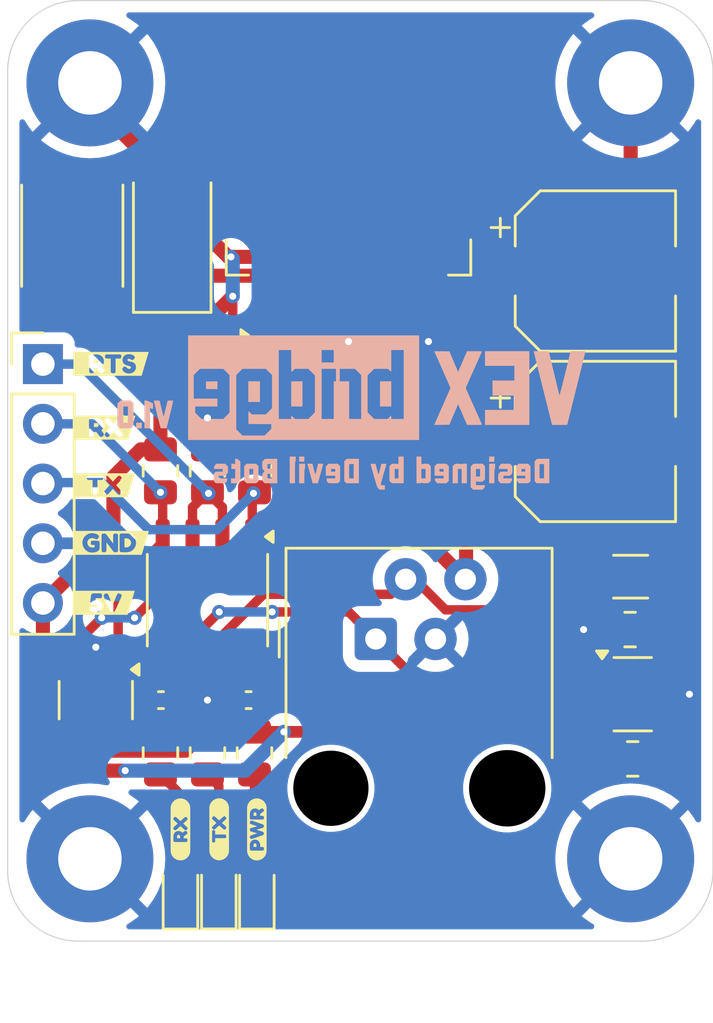
<source format=kicad_pcb>
(kicad_pcb (version 20240108) (generator "pcbnew") (generator_version "8.0")
  (title_block (title "BlueBox-PCB") (date "2024-11-27") (rev "1.0") (company "DevilBots"))
  (layers (0 "F.Cu" signal) (31 "B.Cu" signal) (34 "B.Paste" user) (35 "F.Paste" user) (36 "B.SilkS" user "B.Silkscreen") (37 "F.SilkS" user "F.Silkscreen") (38 "B.Mask" user) (39 "F.Mask" user) (44 "Edge.Cuts" user))
  (net 0 "")
  (net 1 "GND")
  (net 2 "+12V")
  (net 3 "+5V")
  (net 4 "Net-(D1-A)")
  (net 5 "Net-(D2-A)")
  (net 6 "Net-(D3-A)")
  (net 7 "B")
  (net 8 "A")
  (net 9 "RXD")
  (net 10 "TXD")
  (net 11 "Net-(D9-K)")
  (net 12 "Net-(U5-1Y)")
  (net 13 "Net-(U5-2Y)")
  (net 14 "RTS")
  (footprint "kibuzzard-675F6495" (layer "F.Cu") (at 92.35023 90.248405 90)
    (property "Reference" "kibuzzard-675F6495" (hide yes))
    (property "Value" "G***" (hide yes))
  )
  (footprint "kibuzzard-675F6473" (layer "F.Cu") (at 95.60023 90.248405 90)
    (property "Reference" "kibuzzard-675F6473" (hide yes))
    (property "Value" "G***" (hide yes))
  )
  (footprint "Capacitor_SMD:CP_Elec_6.3x7.7" (layer "F.Cu") (at 110 66.5)
    (property "Reference" "C2" (hide yes))
    (property "Value" "220uF" (hide yes))
    (pad "1" smd roundrect (at -2.7 0) (size 3.5 1.6) (layers "F.Cu" "F.Paste" "F.Mask") (roundrect_rratio 0.15625) (net 3 "+5V"))
    (pad "2" smd roundrect (at 2.7 0) (size 3.5 1.6) (layers "F.Cu" "F.Paste" "F.Mask") (roundrect_rratio 0.15625) (net 1 "GND"))
  )
  (footprint "Capacitor_SMD:CP_Elec_6.3x7.7" (layer "F.Cu") (at 110 73.75)
    (property "Reference" "C1" (hide yes))
    (property "Value" "100uF" (hide yes))
    (pad "1" smd roundrect (at -2.7 0) (size 3.5 1.6) (layers "F.Cu" "F.Paste" "F.Mask") (roundrect_rratio 0.15625) (net 2 "+12V"))
    (pad "2" smd roundrect (at 2.7 0) (size 3.5 1.6) (layers "F.Cu" "F.Paste" "F.Mask") (roundrect_rratio 0.15625) (net 1 "GND"))
  )
  (footprint "Resistor_SMD:R_0805_2012Metric" (layer "F.Cu") (at 91.5 75 -90)
    (property "Reference" "R9" (hide yes))
    (property "Value" "10k" (hide yes))
    (pad "1" smd roundrect (at -0.9125 0 270) (size 1.025 1.4) (layers "F.Cu" "F.Paste" "F.Mask") (roundrect_rratio 0.243902) (net 3 "+5V"))
    (pad "2" smd roundrect (at 0.9125 0 270) (size 1.025 1.4) (layers "F.Cu" "F.Paste" "F.Mask") (roundrect_rratio 0.243902) (net 9 "RXD"))
  )
  (footprint "MountingHole:MountingHole_2.7mm_M2.5_Pad" (layer "F.Cu") (at 88.5 91.5)
    (property "Reference" "H4" (hide yes))
    (property "Value" "MountingHole_Pad" (hide yes))
    (pad "1" thru_hole circle (at 0 0) (size 5.4 5.4) (drill 2.7) (layers "*.Cu" "*.Mask") (net 1 "GND"))
  )
  (footprint "MountingHole:MountingHole_2.7mm_M2.5_Pad" (layer "F.Cu") (at 111.5 58.5)
    (property "Reference" "H3" (hide yes))
    (property "Value" "MountingHole_Pad" (hide yes))
    (pad "1" thru_hole circle (at 0 0) (size 5.4 5.4) (drill 2.7) (layers "*.Cu" "*.Mask") (net 1 "GND"))
  )
  (footprint "kibuzzard-675F6148" (layer "F.Cu") (at 89.399659 70.448916)
    (property "Reference" "kibuzzard-675F6148" (hide yes))
    (property "Value" "G***" (hide yes))
  )
  (footprint "MountingHole:MountingHole_2.7mm_M2.5_Pad" (layer "F.Cu") (at 111.5 91.5)
    (property "Reference" "H1" (hide yes))
    (property "Value" "MountingHole_Pad" (hide yes))
    (pad "1" thru_hole circle (at 0 0) (size 5.4 5.4) (drill 2.7) (layers "*.Cu" "*.Mask") (net 1 "GND"))
  )
  (footprint "Connector_RJ:RJ9_Evercom_5301-440xxx_Horizontal" (layer "F.Cu") (at 100.66 82.15)
    (property "Reference" "J1" (hide yes))
    (property "Value" "4P4C")
    (pad "" np_thru_hole circle (at -1.91 6.35) (size 3.25 3.25) (drill 3.2) (layers "*.Mask"))
    (pad "" np_thru_hole circle (at 5.59 6.35) (size 3.25 3.25) (drill 3.25) (layers "*.Mask"))
    (pad "1" thru_hole roundrect (at 0 0) (size 1.8 1.8) (drill 0.9) (layers "*.Cu" "*.Mask") (roundrect_rratio 0.1388888889) (net 8 "A"))
    (pad "2" thru_hole circle (at 1.27 -2.54) (size 1.8 1.8) (drill 0.9) (layers "*.Cu" "*.Mask") (net 7 "B"))
    (pad "3" thru_hole circle (at 2.54 0) (size 1.8 1.8) (drill 0.9) (layers "*.Cu" "*.Mask") (net 1 "GND"))
    (pad "4" thru_hole circle (at 3.81 -2.54) (size 1.8 1.8) (drill 0.9) (layers "*.Cu" "*.Mask") (net 2 "+12V"))
  )
  (footprint "LED_SMD:LED_0603_1608Metric" (layer "F.Cu") (at 95.60023 92.998405 90)
    (property "Reference" "D1" (hide yes))
    (property "Value" "LED" (hide yes))
    (pad "1" smd roundrect (at -0.7875 0 90) (size 0.875 0.95) (layers "F.Cu" "F.Paste" "F.Mask") (net 1 "GND"))
    (pad "2" smd roundrect (at 0.7875 0 90) (size 0.875 0.95) (layers "F.Cu" "F.Paste" "F.Mask") (net 4 "Net-(D1-A)"))
  )
  (footprint "Resistor_SMD:R_0805_2012Metric" (layer "F.Cu") (at 93.5 75 90)
    (property "Reference" "R8" (hide yes))
    (property "Value" "10k" (hide yes))
    (pad "1" smd roundrect (at -0.9125 0 90) (size 1.025 1.4) (layers "F.Cu" "F.Paste" "F.Mask") (roundrect_rratio 0.243902) (net 14 "RTS"))
    (pad "2" smd roundrect (at 0.9125 0 90) (size 1.025 1.4) (layers "F.Cu" "F.Paste" "F.Mask") (roundrect_rratio 0.243902) (net 1 "GND"))
  )
  (footprint "kibuzzard-675F648F" (layer "F.Cu") (at 93.996992 90.244537 90)
    (property "Reference" "kibuzzard-675F648F" (hide yes))
    (property "Value" "G***" (hide yes))
  )
  (footprint "Package_TO_SOT_SMD:TO-263-5_TabPin3" (layer "F.Cu") (at 99.5 61.85 90)
    (property "Reference" "U1" (hide yes))
    (property "Value" "LM2596S-5" (hide yes))
    (pad "1" smd roundrect (at -7.65 -3.4 90) (size 4.6 1.1) (layers "F.Cu" "F.Paste" "F.Mask") (roundrect_rratio 0.227273) (net 2 "+12V"))
    (pad "2" smd roundrect (at -7.65 -1.7 90) (size 4.6 1.1) (layers "F.Cu" "F.Paste" "F.Mask") (roundrect_rratio 0.227273) (net 11 "Net-(D9-K)"))
    (pad "3" smd roundrect (at -7.65 0 90) (size 4.6 1.1) (layers "F.Cu" "F.Paste" "F.Mask") (roundrect_rratio 0.227273) (net 1 "GND"))
    (pad "3" smd roundrect (at -0.925 -2.775 90) (size 4.55 5.25) (layers "F.Cu" "F.Paste") (roundrect_rratio 0.054945) (net 1 "GND"))
    (pad "3" smd roundrect (at -0.925 2.775 90) (size 4.55 5.25) (layers "F.Cu" "F.Paste") (roundrect_rratio 0.054945) (net 1 "GND"))
    (pad "3" smd roundrect (at 1.5 0 90) (size 9.4 10.8) (layers "F.Cu" "F.Mask") (roundrect_rratio 0.026596) (net 1 "GND"))
    (pad "3" smd roundrect (at 3.925 -2.775 90) (size 4.55 5.25) (layers "F.Cu" "F.Paste") (roundrect_rratio 0.054945) (net 1 "GND"))
    (pad "3" smd roundrect (at 3.925 2.775 90) (size 4.55 5.25) (layers "F.Cu" "F.Paste") (roundrect_rratio 0.054945) (net 1 "GND"))
    (pad "4" smd roundrect (at -7.65 1.7 90) (size 4.6 1.1) (layers "F.Cu" "F.Paste" "F.Mask") (roundrect_rratio 0.227273) (net 3 "+5V"))
    (pad "5" smd roundrect (at -7.65 3.4 90) (size 4.6 1.1) (layers "F.Cu" "F.Paste" "F.Mask") (roundrect_rratio 0.227273) (net 1 "GND"))
  )
  (footprint "kibuzzard-675F61E2" (layer "F.Cu") (at 89.103951 75.612514)
    (property "Reference" "kibuzzard-675F61E2" (hide yes))
    (property "Value" "G***" (hide yes))
  )
  (footprint "Resistor_SMD:R_0805_2012Metric" (layer "F.Cu") (at 95.5 87 -90)
    (property "Reference" "R1" (hide yes))
    (property "Value" "100" (hide yes))
    (pad "1" smd roundrect (at -0.9125 0 270) (size 1.025 1.4) (layers "F.Cu" "F.Paste" "F.Mask") (roundrect_rratio 0.243902) (net 3 "+5V"))
    (pad "2" smd roundrect (at 0.9125 0 270) (size 1.025 1.4) (layers "F.Cu" "F.Paste" "F.Mask") (roundrect_rratio 0.243902) (net 4 "Net-(D1-A)"))
  )
  (footprint "Resistor_SMD:R_0805_2012Metric" (layer "F.Cu") (at 95.5 75 -90)
    (property "Reference" "R7" (hide yes))
    (property "Value" "10k" (hide yes))
    (pad "1" smd roundrect (at -0.9125 0 270) (size 1.025 1.4) (layers "F.Cu" "F.Paste" "F.Mask") (roundrect_rratio 0.243902) (net 3 "+5V"))
    (pad "2" smd roundrect (at 0.9125 0 270) (size 1.025 1.4) (layers "F.Cu" "F.Paste" "F.Mask") (roundrect_rratio 0.243902) (net 10 "TXD"))
  )
  (footprint "Inductor_SMD:L_Coilcraft_XxL4020" (layer "F.Cu") (at 87.75 65 90)
    (property "Reference" "L1" (hide yes))
    (property "Value" "47uH" (hide yes))
    (pad "1" smd rect (at -1.185 0 90) (size 0.98 3.4) (layers "F.Cu" "F.Paste" "F.Mask") (net 11 "Net-(D9-K)"))
    (pad "2" smd rect (at 1.185 0 90) (size 0.98 3.4) (layers "F.Cu" "F.Paste" "F.Mask") (net 3 "+5V"))
  )
  (footprint "Resistor_SMD:R_0805_2012Metric" (layer "F.Cu") (at 111.475 81.75 180)
    (property "Reference" "R5" (hide yes))
    (property "Value" "10k" (hide yes))
    (pad "1" smd roundrect (at -0.9125 0 180) (size 1.025 1.4) (layers "F.Cu" "F.Paste" "F.Mask") (roundrect_rratio 0.243902) (net 7 "B"))
    (pad "2" smd roundrect (at 0.9125 0 180) (size 1.025 1.4) (layers "F.Cu" "F.Paste" "F.Mask") (roundrect_rratio 0.243902) (net 1 "GND"))
  )
  (footprint "Package_SO:SOIC-8_3.9x4.9mm_P1.27mm" (layer "F.Cu") (at 93.5 80.5 -90)
    (property "Reference" "U2" (hide yes))
    (property "Value" "MAX481E" (hide yes))
    (pad "1" smd roundrect (at -2.475 -1.905 270) (size 1.95 0.6) (layers "F.Cu" "F.Paste" "F.Mask") (net 10 "TXD"))
    (pad "2" smd roundrect (at -2.475 -0.635 270) (size 1.95 0.6) (layers "F.Cu" "F.Paste" "F.Mask") (net 14 "RTS"))
    (pad "3" smd roundrect (at -2.475 0.635 270) (size 1.95 0.6) (layers "F.Cu" "F.Paste" "F.Mask") (net 14 "RTS"))
    (pad "4" smd roundrect (at -2.475 1.905 270) (size 1.95 0.6) (layers "F.Cu" "F.Paste" "F.Mask") (net 9 "RXD"))
    (pad "5" smd roundrect (at 2.475 1.905 270) (size 1.95 0.6) (layers "F.Cu" "F.Paste" "F.Mask") (net 1 "GND"))
    (pad "6" smd roundrect (at 2.475 0.635 270) (size 1.95 0.6) (layers "F.Cu" "F.Paste" "F.Mask") (net 8 "A"))
    (pad "7" smd roundrect (at 2.475 -0.635 270) (size 1.95 0.6) (layers "F.Cu" "F.Paste" "F.Mask") (net 7 "B"))
    (pad "8" smd roundrect (at 2.475 -1.905 270) (size 1.95 0.6) (layers "F.Cu" "F.Paste" "F.Mask") (net 3 "+5V"))
  )
  (footprint "Diode_SMD:D_SMA" (layer "F.Cu") (at 92 64.75 90)
    (property "Reference" "D9" (hide yes))
    (property "Value" "D_Schottky" (hide yes))
    (pad "1" smd roundrect (at -2 0 90) (size 2.5 1.8) (layers "F.Cu" "F.Paste" "F.Mask") (roundrect_rratio 0.1388888889) (net 11 "Net-(D9-K)"))
    (pad "2" smd roundrect (at 2 0 90) (size 2.5 1.8) (layers "F.Cu" "F.Paste" "F.Mask") (roundrect_rratio 0.1388888889) (net 1 "GND"))
  )
  (footprint "Resistor_SMD:R_0805_2012Metric" (layer "F.Cu") (at 91.5 87 -90)
    (property "Reference" "R3" (hide yes))
    (property "Value" "100" (hide yes))
    (pad "1" smd roundrect (at -0.9125 0 270) (size 1.025 1.4) (layers "F.Cu" "F.Paste" "F.Mask") (roundrect_rratio 0.243902) (net 12 "Net-(U5-1Y)"))
    (pad "2" smd roundrect (at 0.9125 0 270) (size 1.025 1.4) (layers "F.Cu" "F.Paste" "F.Mask") (roundrect_rratio 0.243902) (net 5 "Net-(D2-A)"))
  )
  (footprint "kibuzzard-676E54E7" (layer "F.Cu") (at 89.403751 78.061887)
    (property "Reference" "kibuzzard-676E54E7" (hide yes))
    (property "Value" "G***" (hide yes))
  )
  (footprint "Capacitor_SMD:C_0402_1005Metric" (layer "F.Cu") (at 95.25 84.75 180)
    (property "Reference" "C3" (hide yes))
    (property "Value" "0.1uF" (hide yes))
    (pad "1" smd roundrect (at -0.48 0 180) (size 0.56 0.62) (layers "F.Cu" "F.Paste" "F.Mask") (net 3 "+5V"))
    (pad "2" smd roundrect (at 0.48 0 180) (size 0.56 0.62) (layers "F.Cu" "F.Paste" "F.Mask") (net 1 "GND"))
  )
  (footprint "Connector_PinHeader_2.54mm:PinHeader_1x05_P2.54mm_Vertical" (layer "F.Cu") (at 86.5 70.46)
    (property "Reference" "J3" (hide yes))
    (property "Value" "Conn_01x05_Pin" (hide yes))
    (pad "1" thru_hole rect (at 0 0) (size 1.7 1.7) (drill 1) (layers "*.Cu" "*.Mask") (net 14 "RTS"))
    (pad "2" thru_hole oval (at 0 2.54) (size 1.7 1.7) (drill 1) (layers "*.Cu" "*.Mask") (net 9 "RXD"))
    (pad "3" thru_hole oval (at 0 5.08) (size 1.7 1.7) (drill 1) (layers "*.Cu" "*.Mask") (net 10 "TXD"))
    (pad "4" thru_hole oval (at 0 7.62) (size 1.7 1.7) (drill 1) (layers "*.Cu" "*.Mask") (net 1 "GND"))
    (pad "5" thru_hole oval (at 0 10.16) (size 1.7 1.7) (drill 1) (layers "*.Cu" "*.Mask") (net 3 "+5V"))
  )
  (footprint "MountingHole:MountingHole_2.7mm_M2.5_Pad" (layer "F.Cu") (at 88.5 58.5)
    (property "Reference" "H2" (hide yes))
    (property "Value" "MountingHole_Pad" (hide yes))
    (pad "1" thru_hole circle (at 0 0) (size 5.4 5.4) (drill 2.7) (layers "*.Cu" "*.Mask") (net 1 "GND"))
  )
  (footprint "LED_SMD:LED_0603_1608Metric" (layer "F.Cu") (at 92.35023 92.998405 90)
    (property "Reference" "D2" (hide yes))
    (property "Value" "LED" (hide yes))
    (pad "1" smd roundrect (at -0.7875 0 90) (size 0.875 0.95) (layers "F.Cu" "F.Paste" "F.Mask") (net 1 "GND"))
    (pad "2" smd roundrect (at 0.7875 0 90) (size 0.875 0.95) (layers "F.Cu" "F.Paste" "F.Mask") (net 5 "Net-(D2-A)"))
  )
  (footprint "Resistor_SMD:R_0805_2012Metric" (layer "F.Cu") (at 111.5875 87.25)
    (property "Reference" "R6" (hide yes))
    (property "Value" "10k" (hide yes))
    (pad "1" smd roundrect (at -0.9125 0) (size 1.025 1.4) (layers "F.Cu" "F.Paste" "F.Mask") (roundrect_rratio 0.243902) (net 3 "+5V"))
    (pad "2" smd roundrect (at 0.9125 0) (size 1.025 1.4) (layers "F.Cu" "F.Paste" "F.Mask") (roundrect_rratio 0.243902) (net 8 "A"))
  )
  (footprint "Package_TO_SOT_SMD:SOT-23-6" (layer "F.Cu") (at 88.75 84.75 -90)
    (property "Reference" "U5" (hide yes))
    (property "Value" "SN74LVC2G14DBV" (hide yes))
    (pad "1" smd roundrect (at -1.1375 -0.95 270) (size 1.325 0.6) (layers "F.Cu" "F.Paste" "F.Mask") (net 9 "RXD"))
    (pad "2" smd roundrect (at -1.1375 0 270) (size 1.325 0.6) (layers "F.Cu" "F.Paste" "F.Mask") (net 1 "GND"))
    (pad "3" smd roundrect (at -1.1375 0.95 270) (size 1.325 0.6) (layers "F.Cu" "F.Paste" "F.Mask") (net 10 "TXD"))
    (pad "4" smd roundrect (at 1.1375 0.95 270) (size 1.325 0.6) (layers "F.Cu" "F.Paste" "F.Mask") (net 13 "Net-(U5-2Y)"))
    (pad "5" smd roundrect (at 1.1375 0 270) (size 1.325 0.6) (layers "F.Cu" "F.Paste" "F.Mask") (net 3 "+5V"))
    (pad "6" smd roundrect (at 1.1375 -0.95 270) (size 1.325 0.6) (layers "F.Cu" "F.Paste" "F.Mask") (net 12 "Net-(U5-1Y)"))
  )
  (footprint "kibuzzard-675F61ED" (layer "F.Cu") (at 89.103951 80.611039)
    (property "Reference" "kibuzzard-675F61ED" (hide yes))
    (property "Value" "G***" (hide yes))
  )
  (footprint "Package_TO_SOT_SMD:SOT-23-3" (layer "F.Cu") (at 111.5875 84.5)
    (property "Reference" "D4" (hide yes))
    (property "Value" "ESDA5V3L" (hide yes))
    (pad "1" smd roundrect (at -1.1375 -0.95) (size 1.325 0.6) (layers "F.Cu" "F.Paste" "F.Mask") (net 7 "B"))
    (pad "2" smd roundrect (at -1.1375 0.95) (size 1.325 0.6) (layers "F.Cu" "F.Paste" "F.Mask") (net 8 "A"))
    (pad "3" smd roundrect (at 1.1375 0) (size 1.325 0.6) (layers "F.Cu" "F.Paste" "F.Mask") (net 1 "GND"))
  )
  (footprint "kibuzzard-675F61D9" (layer "F.Cu") (at 89.132453 73.161349)
    (property "Reference" "kibuzzard-675F61D9" (hide yes))
    (property "Value" "G***" (hide yes))
  )
  (footprint "Resistor_SMD:R_1206_3216Metric" (layer "F.Cu") (at 111.5 79.5)
    (property "Reference" "R2" (hide yes))
    (property "Value" "120" (hide yes))
    (pad "1" smd roundrect (at -1.4625 0) (size 1.125 1.75) (layers "F.Cu" "F.Paste" "F.Mask") (roundrect_rratio 0.222222) (net 7 "B"))
    (pad "2" smd roundrect (at 1.4625 0) (size 1.125 1.75) (layers "F.Cu" "F.Paste" "F.Mask") (roundrect_rratio 0.222222) (net 8 "A"))
  )
  (footprint "LED_SMD:LED_0603_1608Metric" (layer "F.Cu") (at 93.983116 92.994216 90)
    (property "Reference" "D3" (hide yes))
    (property "Value" "LED" (hide yes))
    (pad "1" smd roundrect (at -0.7875 0 90) (size 0.875 0.95) (layers "F.Cu" "F.Paste" "F.Mask") (net 1 "GND"))
    (pad "2" smd roundrect (at 0.7875 0 90) (size 0.875 0.95) (layers "F.Cu" "F.Paste" "F.Mask") (net 6 "Net-(D3-A)"))
  )
  (footprint "Capacitor_SMD:C_0402_1005Metric" (layer "F.Cu") (at 91.52 84.75)
    (property "Reference" "C4" (hide yes))
    (property "Value" "0.1uF" (hide yes))
    (pad "1" smd roundrect (at -0.48 0) (size 0.56 0.62) (layers "F.Cu" "F.Paste" "F.Mask") (net 3 "+5V"))
    (pad "2" smd roundrect (at 0.48 0) (size 0.56 0.62) (layers "F.Cu" "F.Paste" "F.Mask") (net 1 "GND"))
  )
  (footprint "Resistor_SMD:R_0805_2012Metric" (layer "F.Cu") (at 93.5 87 -90)
    (property "Reference" "R4" (hide yes))
    (property "Value" "100" (hide yes))
    (pad "1" smd roundrect (at -0.9125 0 270) (size 1.025 1.4) (layers "F.Cu" "F.Paste" "F.Mask") (roundrect_rratio 0.243902) (net 13 "Net-(U5-2Y)"))
    (pad "2" smd roundrect (at 0.9125 0 270) (size 1.025 1.4) (layers "F.Cu" "F.Paste" "F.Mask") (roundrect_rratio 0.243902) (net 6 "Net-(D3-A)"))
  )
  (footprint "LOGO" (layer "B.Cu") (at 100.902297 73.495474 180)
    (property "Reference" "G***" (hide yes))
    (property "Value" "LOGO" (hide yes))
  )
  (gr_line (start 112 95) (end 88 95) (stroke (width 0.05)) (layer "Edge.Cuts"))
  (gr_arc (start 88 95) (mid 85.87868 94.12132) (end 85 92) (stroke (width 0.05)) (layer "Edge.Cuts"))
  (gr_line (start 115 58) (end 115 92) (stroke (width 0.05)) (layer "Edge.Cuts"))
  (gr_arc (start 85 58) (mid 85.87868 55.87868) (end 88 55) (stroke (width 0.05)) (layer "Edge.Cuts"))
  (gr_arc (start 112 55) (mid 114.12132 55.87868) (end 115 58) (stroke (width 0.05)) (layer "Edge.Cuts"))
  (gr_line (start 88 55) (end 112 55) (stroke (width 0.05)) (layer "Edge.Cuts"))
  (gr_arc (start 115 92) (mid 114.12132 94.12132) (end 112 95) (stroke (width 0.05)) (layer "Edge.Cuts"))
  (gr_line (start 85 92) (end 85 58) (stroke (width 0.05)) (layer "Edge.Cuts"))
  (segment (start 93.5 74.0875) (end 93.5 72.75) (width 0.4) (layer "F.Cu") (net 1))
  (segment (start 88.5 58.5) (end 88.5 59.25) (width 0.6) (layer "F.Cu") (net 1))
  (segment (start 93.983116 93.781716) (end 92.354419 93.781716) (width 0.4) (layer "F.Cu") (net 1))
  (segment (start 95.60023 93.785905) (end 93.987305 93.785905) (width 0.4) (layer "F.Cu") (net 1))
  (segment (start 92 84.75) (end 93.5 84.75) (width 0.4) (layer "F.Cu") (net 1))
  (segment (start 93.878697 93.7875) (end 93.882886 93.783311) (width 0.4) (layer "F.Cu") (net 1))
  (segment (start 93.987305 93.785905) (end 93.983116 93.781716) (width 0.4) (layer "F.Cu") (net 1))
  (segment (start 112.7 64.95) (end 111.5 63.75) (width 0.6) (layer "F.Cu") (net 1))
  (segment (start 96.7 62.75) (end 96.725 62.775) (width 0.6) (layer "F.Cu") (net 1))
  (segment (start 92 62.75) (end 96.7 62.75) (width 0.6) (layer "F.Cu") (net 1))
  (segment (start 110.5 90.5) (end 111.5 91.5) (width 0.2) (layer "F.Cu") (net 1))
  (segment (start 110.5625 81.75) (end 109.5 81.75) (width 0.4) (layer "F.Cu") (net 1))
  (segment (start 88.5 59.25) (end 92 62.75) (width 0.6) (layer "F.Cu") (net 1))
  (segment (start 95.495811 93.783311) (end 95.5 93.7875) (width 0.4) (layer "F.Cu") (net 1))
  (segment (start 91.595 82.975) (end 92 83.38) (width 0.4) (layer "F.Cu") (net 1))
  (segment (start 112.7 66.5) (end 112.7 64.95) (width 0.6) (layer "F.Cu") (net 1))
  (segment (start 92.35023 93.785905) (end 90.785905 93.785905) (width 0.4) (layer "F.Cu") (net 1))
  (segment (start 114 84.5) (end 112.725 84.5) (width 0.4) (layer "F.Cu") (net 1))
  (segment (start 92.354419 93.781716) (end 92.35023 93.785905) (width 0.4) (layer "F.Cu") (net 1))
  (segment (start 94.77 84.75) (end 93.5 84.75) (width 0.4) (layer "F.Cu") (net 1))
  (segment (start 88.75 82.5) (end 88.75 83.6125) (width 0.4) (layer "F.Cu") (net 1))
  (segment (start 88.5 58.5) (end 89.75 59.75) (width 0.5) (layer "F.Cu") (net 1))
  (segment (start 112.7 73.75) (end 112.7 66.5) (width 0.6) (layer "F.Cu") (net 1))
  (segment (start 92 83.38) (end 92 84.75) (width 0.4) (layer "F.Cu") (net 1))
  (segment (start 111.5 63.75) (end 111.5 58.5) (width 0.6) (layer "F.Cu") (net 1))
  (segment (start 90.785905 93.785905) (end 88.5 91.5) (width 0.4) (layer "F.Cu") (net 1))
  (via (at 88.75 82.5) (size 0.6) (drill 0.3) (layers "F.Cu" "B.Cu") (net 1))
  (via (at 114 84.5) (size 0.6) (drill 0.3) (layers "F.Cu" "B.Cu") (net 1))
  (via (at 93.5 84.75) (size 0.6) (drill 0.3) (layers "F.Cu" "B.Cu") (net 1))
  (via (at 99.5 69.5) (size 0.6) (drill 0.3) (layers "F.Cu" "B.Cu") (net 1))
  (via (at 93.5 72.75) (size 0.6) (drill 0.3) (layers "F.Cu" "B.Cu") (net 1))
  (via (at 102.9 69.5) (size 0.6) (drill 0.3) (layers "F.Cu" "B.Cu") (net 1))
  (via (at 109.5 81.75) (size 0.6) (drill 0.3) (layers "F.Cu" "B.Cu") (net 1))
  (segment (start 104.5 76.5) (end 107.25 73.75) (width 0.6) (layer "F.Cu") (net 2))
  (segment (start 96.1 71.24) (end 104.47 79.61) (width 0.6) (layer "F.Cu") (net 2))
  (segment (start 104.5 79.58) (end 104.5 76.5) (width 0.6) (layer "F.Cu") (net 2))
  (segment (start 96.1 69.5) (end 96.1 71.24) (width 0.6) (layer "F.Cu") (net 2))
  (segment (start 104.47 79.61) (end 104.5 79.58) (width 0.6) (layer "F.Cu") (net 2))
  (segment (start 107.25 73.75) (end 107.3 73.75) (width 0.6) (layer "F.Cu") (net 2))
  (segment (start 86.5 86.5) (end 87.75 87.75) (width 0.6) (layer "F.Cu") (net 3))
  (segment (start 89.5 77.62) (end 89.5 75.25) (width 0.6) (layer "F.Cu") (net 3))
  (segment (start 109.525 86.1) (end 110.675 87.25) (width 0.5) (layer "F.Cu") (net 3))
  (segment (start 86.5 80.62) (end 89.5 77.62) (width 0.6) (layer "F.Cu") (net 3))
  (segment (start 95.5 86.0875) (end 95.5125 86.1) (width 0.5) (layer "F.Cu") (net 3))
  (segment (start 94.382412 65.9) (end 92.982412 64.5) (width 0.6) (layer "F.Cu") (net 3))
  (segment (start 95.5125 86.1) (end 109.525 86.1) (width 0.5) (layer "F.Cu") (net 3))
  (segment (start 91.04 84.75) (end 89.225001 84.75) (width 0.4) (layer "F.Cu") (net 3))
  (segment (start 91.5 70.65) (end 94.575 67.575) (width 0.6) (layer "F.Cu") (net 3))
  (segment (start 107.3 66.5) (end 102.482412 66.5) (width 0.6) (layer "F.Cu") (net 3))
  (segment (start 94.5 65.9) (end 99.317588 65.9) (width 0.6) (layer "F.Cu") (net 3))
  (segment (start 87.1 84.356974) (end 87.493026 84.75) (width 0.4) (layer "F.Cu") (net 3))
  (segment (start 89.225001 84.75) (end 88.75 85.225001) (width 0.4) (layer "F.Cu") (net 3))
  (segment (start 95.73 83.3) (end 95.405 82.975) (width 0.4) (layer "F.Cu") (net 3))
  (segment (start 88.435 64.5) (end 87.75 63.815) (width 0.6) (layer "F.Cu") (net 3))
  (segment (start 88.75 85.225001) (end 88.75 85.8875) (width 0.4) (layer "F.Cu") (net 3))
  (segment (start 87.75 87.75) (end 90 87.75) (width 0.6) (layer "F.Cu") (net 3))
  (segment (start 101.2 67.782412) (end 101.2 69.5) (width 0.6) (layer "F.Cu") (net 3))
  (segment (start 92.982412 64.5) (end 88.435 64.5) (width 0.6) (layer "F.Cu") (net 3))
  (segment (start 94.575 67.575) (end 94.575 73.1625) (width 0.4) (layer "F.Cu") (net 3))
  (segment (start 95.73 84.75) (end 95.73 85.8575) (width 0.4) (layer "F.Cu") (net 3))
  (segment (start 95.73 84.75) (end 95.73 83.3) (width 0.4) (layer "F.Cu") (net 3))
  (segment (start 87.1 84.35) (end 87.1 84.356974) (width 0.4) (layer "F.Cu") (net 3))
  (segment (start 95.73 85.8575) (end 95.5 86.0875) (width 0.4) (layer "F.Cu") (net 3))
  (segment (start 94.5 65.9) (end 94.382412 65.9) (width 0.6) (layer "F.Cu") (net 3))
  (segment (start 99.317588 65.9) (end 101.2 67.782412) (width 0.6) (layer "F.Cu") (net 3))
  (segment (start 86.5 83.75) (end 87.1 84.35) (width 0.4) (layer "F.Cu") (net 3))
  (segment (start 86.5 83.756974) (end 86.5 83.75) (width 0.4) (layer "F.Cu") (net 3))
  (segment (start 86.5 80.62) (end 86.5 86.5) (width 0.6) (layer "F.Cu") (net 3))
  (segment (start 91.5 74.0875) (end 91.5 70.65) (width 0.6) (layer "F.Cu") (net 3))
  (segment (start 89.5 75.25) (end 90.6625 74.0875) (width 0.6) (layer "F.Cu") (net 3))
  (segment (start 90.6625 74.0875) (end 91.5 74.0875) (width 0.6) (layer "F.Cu") (net 3))
  (segment (start 94.575 73.1625) (end 95.5 74.0875) (width 0.4) (layer "F.Cu") (net 3))
  (segment (start 87.493026 84.75) (end 89.225001 84.75) (width 0.4) (layer "F.Cu") (net 3))
  (segment (start 102.482412 66.5) (end 101.2 67.782412) (width 0.6) (layer "F.Cu") (net 3))
  (via (at 94.5 65.9) (size 0.6) (drill 0.3) (layers "F.Cu" "B.Cu") (net 3))
  (via (at 90 87.75) (size 0.6) (drill 0.3) (layers "F.Cu" "B.Cu") (net 3))
  (via (at 96.75 86.1) (size 0.6) (drill 0.3) (layers "F.Cu" "B.Cu") (net 3))
  (via (at 94.575 67.575) (size 0.6) (drill 0.3) (layers "F.Cu" "B.Cu") (net 3))
  (segment (start 94.575 65.975) (end 94.575 67.575) (width 0.6) (layer "B.Cu") (net 3))
  (segment (start 94.5 65.9) (end 94.575 65.975) (width 0.6) (layer "B.Cu") (net 3))
  (segment (start 96.75 86.1) (end 95.1 87.75) (width 0.6) (layer "B.Cu") (net 3))
  (segment (start 95.1 87.75) (end 90 87.75) (width 0.6) (layer "B.Cu") (net 3))
  (segment (start 95.5 87.9125) (end 95.5 92.110675) (width 0.4) (layer "F.Cu") (net 4))
  (segment (start 95.5 92.110675) (end 95.60023 92.210905) (width 0.4) (layer "F.Cu") (net 4))
  (segment (start 92.35023 88.76273) (end 92.35023 92.210905) (width 0.4) (layer "F.Cu") (net 5))
  (segment (start 91.5 87.9125) (end 92.35023 88.76273) (width 0.4) (layer "F.Cu") (net 5))
  (segment (start 93.983116 92.206716) (end 93.983116 88.395616) (width 0.4) (layer "F.Cu") (net 6))
  (segment (start 93.983116 88.395616) (end 93.5 87.9125) (width 0.4) (layer "F.Cu") (net 6))
  (segment (start 103.623666 80.91) (end 108.6275 80.91) (width 0.4) (layer "F.Cu") (net 7))
  (segment (start 101.93 79.61) (end 102.323666 79.61) (width 0.4) (layer "F.Cu") (net 7))
  (segment (start 108.6275 80.91) (end 110.0375 79.5) (width 0.4) (layer "F.Cu") (net 7))
  (segment (start 110.45 83.55) (end 110.5875 83.55) (width 0.4) (layer "F.Cu") (net 7))
  (segment (start 94.135 82.000001) (end 95.885001 80.25) (width 0.4) (layer "F.Cu") (net 7))
  (segment (start 110.1375 79.5) (end 112.3875 81.75) (width 0.4) (layer "F.Cu") (net 7))
  (segment (start 95.885001 80.25) (end 101.29 80.25) (width 0.4) (layer "F.Cu") (net 7))
  (segment (start 102.323666 79.61) (end 103.623666 80.91) (width 0.4) (layer "F.Cu") (net 7))
  (segment (start 110.0375 79.5) (end 110.1375 79.5) (width 0.4) (layer "F.Cu") (net 7))
  (segment (start 110.5875 83.55) (end 112.3875 81.75) (width 0.4) (layer "F.Cu") (net 7))
  (segment (start 101.29 80.25) (end 101.93 79.61) (width 0.4) (layer "F.Cu") (net 7))
  (segment (start 94.135 82.975) (end 94.135 82.000001) (width 0.4) (layer "F.Cu") (net 7))
  (segment (start 110.45 85.330526) (end 110.45 85.45) (width 0.4) (layer "F.Cu") (net 8))
  (segment (start 99.51 81) (end 100.66 82.15) (width 0.4) (layer "F.Cu") (net 8))
  (segment (start 112.9625 79.5) (end 113.525 80.0625) (width 0.4) (layer "F.Cu") (net 8))
  (segment (start 108.75 83.75) (end 110.45 85.45) (width 0.4) (layer "F.Cu") (net 8))
  (segment (start 113.525 80.0625) (end 113.525 82.255526) (width 0.4) (layer "F.Cu") (net 8))
  (segment (start 94 81) (end 92.865 82.135) (width 0.4) (layer "F.Cu") (net 8))
  (segment (start 96.25 81) (end 99.51 81) (width 0.4) (layer "F.Cu") (net 8))
  (segment (start 102.26 83.75) (end 108.75 83.75) (width 0.4) (layer "F.Cu") (net 8))
  (segment (start 112.5 87.25) (end 110.7 85.45) (width 0.4) (layer "F.Cu") (net 8))
  (segment (start 110.7 85.45) (end 110.45 85.45) (width 0.4) (layer "F.Cu") (net 8))
  (segment (start 113.525 82.255526) (end 110.45 85.330526) (width 0.4) (layer "F.Cu") (net 8))
  (segment (start 100.66 82.15) (end 102.26 83.75) (width 0.4) (layer "F.Cu") (net 8))
  (segment (start 92.865 82.135) (end 92.865 82.975) (width 0.4) (layer "F.Cu") (net 8))
  (via (at 96.25 81) (size 0.6) (drill 0.3) (layers "F.Cu" "B.Cu") (net 8))
  (via (at 94 81) (size 0.6) (drill 0.3) (layers "F.Cu" "B.Cu") (net 8))
  (segment (start 94 81) (end 96.25 81) (width 0.4) (layer "B.Cu") (net 8))
  (segment (start 89.7 79.92) (end 91.595 78.025) (width 0.4) (layer "F.Cu") (net 9))
  (segment (start 89.7 83.8625) (end 89.7 79.92) (width 0.4) (layer "F.Cu") (net 9))
  (segment (start 91.595 76.0075) (end 91.5 75.9125) (width 0.4) (layer "F.Cu") (net 9))
  (segment (start 91.595 78.025) (end 91.595 76.0075) (width 0.4) (layer "F.Cu") (net 9))
  (via (at 91.5 75.9125) (size 0.6) (drill 0.3) (layers "F.Cu" "B.Cu") (net 9))
  (segment (start 88.5875 73) (end 86.5 73) (width 0.4) (layer "B.Cu") (net 9))
  (segment (start 91.5 75.9125) (end 88.5875 73) (width 0.4) (layer "B.Cu") (net 9))
  (segment (start 87.8 82.45) (end 87.8 83.6125) (width 0.4) (layer "F.Cu") (net 10))
  (segment (start 90.4 81.25) (end 91.9 79.75) (width 0.4) (layer "F.Cu") (net 10))
  (segment (start 89 81.25) (end 87.8 82.45) (width 0.4) (layer "F.Cu") (net 10))
  (segment (start 95.405 78.025) (end 95.405 76.0075) (width 0.4) (layer "F.Cu") (net 10))
  (segment (start 95.405 76.0075) (end 95.45625 75.95625) (width 0.4) (layer "F.Cu") (net 10))
  (segment (start 91.9 79.75) (end 94.654999 79.75) (width 0.4) (layer "F.Cu") (net 10))
  (segment (start 95.405 78.999999) (end 95.405 78.025) (width 0.4) (layer "F.Cu") (net 10))
  (segment (start 94.654999 79.75) (end 95.405 78.999999) (width 0.4) (layer "F.Cu") (net 10))
  (segment (start 95.45625 75.95625) (end 95.5 75.9125) (width 0.4) (layer "F.Cu") (net 10))
  (via (at 89 81.25) (size 0.6) (drill 0.3) (layers "F.Cu" "B.Cu") (net 10))
  (via (at 90.4 81.25) (size 0.6) (drill 0.3) (layers "F.Cu" "B.Cu") (net 10))
  (via (at 95.45625 75.95625) (size 0.6) (drill 0.3) (layers "F.Cu" "B.Cu") (net 10))
  (segment (start 91 77.5) (end 89 75.5) (width 0.4) (layer "B.Cu") (net 10))
  (segment (start 95.45625 75.95625) (end 93.9125 77.5) (width 0.4) (layer "B.Cu") (net 10))
  (segment (start 86.54 75.5) (end 86.5 75.54) (width 0.4) (layer "B.Cu") (net 10))
  (segment (start 89 81.25) (end 90.4 81.25) (width 0.4) (layer "B.Cu") (net 10))
  (segment (start 93.9125 77.5) (end 91 77.5) (width 0.4) (layer "B.Cu") (net 10))
  (segment (start 89 75.5) (end 86.54 75.5) (width 0.4) (layer "B.Cu") (net 10))
  (segment (start 91.435 66.185) (end 92 66.75) (width 0.6) (layer "F.Cu") (net 11))
  (segment (start 92 66.75) (end 92.05 66.7) (width 0.6) (layer "F.Cu") (net 11))
  (segment (start 96.717588 66.7) (end 97.8 67.782412) (width 0.6) (layer "F.Cu") (net 11))
  (segment (start 87.75 66.185) (end 91.435 66.185) (width 0.6) (layer "F.Cu") (net 11))
  (segment (start 92.05 66.7) (end 96.717588 66.7) (width 0.6) (layer "F.Cu") (net 11))
  (segment (start 97.8 67.782412) (end 97.8 69.5) (width 0.6) (layer "F.Cu") (net 11))
  (segment (start 89.7 86.1375) (end 89.7 85.8875) (width 0.4) (layer "F.Cu") (net 12))
  (segment (start 89.7 85.8875) (end 91.3 85.8875) (width 0.4) (layer "F.Cu") (net 12))
  (segment (start 91.3 85.8875) (end 91.5 86.0875) (width 0.4) (layer "F.Cu") (net 12))
  (segment (start 88.000001 87) (end 92.5875 87) (width 0.4) (layer "F.Cu") (net 13))
  (segment (start 87.8 86.1375) (end 87.8 86.799999) (width 0.4) (layer "F.Cu") (net 13))
  (segment (start 87.8 86.799999) (end 88.000001 87) (width 0.4) (layer "F.Cu") (net 13))
  (segment (start 92.5875 87) (end 93.5 86.0875) (width 0.4) (layer "F.Cu") (net 13))
  (segment (start 94.135 78.025) (end 94.135 76.5475) (width 0.4) (layer "F.Cu") (net 14))
  (segment (start 93.54375 75.95625) (end 93.5 75.9125) (width 0.4) (layer "F.Cu") (net 14))
  (segment (start 92.865 76.5475) (end 93.5 75.9125) (width 0.4) (layer "F.Cu") (net 14))
  (segment (start 94.135 76.5475) (end 93.54375 75.95625) (width 0.4) (layer "F.Cu") (net 14))
  (segment (start 92.865 78.025) (end 92.865 76.5475) (width 0.4) (layer "F.Cu") (net 14))
  (via (at 93.54375 75.95625) (size 0.6) (drill 0.3) (layers "F.Cu" "B.Cu") (net 14))
  (segment (start 88.0475 70.46) (end 93.54375 75.95625) (width 0.4) (layer "B.Cu") (net 14))
  (segment (start 86.5 70.46) (end 88.0475 70.46) (width 0.4) (layer "B.Cu") (net 14))
  (zone (net 1) (net_name "GND") (layer "B.Cu") (name "GND Plane") (connect_pads (clearance 0.5)) (min_thickness 0.25) (fill yes (thermal_gap 0.5) (thermal_bridge_width 0.5) (smoothing fillet) (radius 3))
    (polygon (pts (xy 115 55) (xy 115 95) (xy 85 95) (xy 85 55)))
  )
)
</source>
